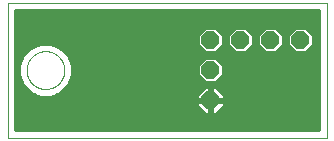
<source format=gbl>
G75*
%MOIN*%
%OFA0B0*%
%FSLAX25Y25*%
%IPPOS*%
%LPD*%
%AMOC8*
5,1,8,0,0,1.08239X$1,22.5*
%
%ADD10C,0.00000*%
%ADD11OC8,0.06000*%
%ADD12C,0.01000*%
D10*
X0009000Y0009000D02*
X0009000Y0053961D01*
X0115201Y0053961D01*
X0115201Y0009000D01*
X0009000Y0009000D01*
X0015201Y0031500D02*
X0015203Y0031658D01*
X0015209Y0031816D01*
X0015219Y0031974D01*
X0015233Y0032132D01*
X0015251Y0032289D01*
X0015272Y0032446D01*
X0015298Y0032602D01*
X0015328Y0032758D01*
X0015361Y0032913D01*
X0015399Y0033066D01*
X0015440Y0033219D01*
X0015485Y0033371D01*
X0015534Y0033522D01*
X0015587Y0033671D01*
X0015643Y0033819D01*
X0015703Y0033965D01*
X0015767Y0034110D01*
X0015835Y0034253D01*
X0015906Y0034395D01*
X0015980Y0034535D01*
X0016058Y0034672D01*
X0016140Y0034808D01*
X0016224Y0034942D01*
X0016313Y0035073D01*
X0016404Y0035202D01*
X0016499Y0035329D01*
X0016596Y0035454D01*
X0016697Y0035576D01*
X0016801Y0035695D01*
X0016908Y0035812D01*
X0017018Y0035926D01*
X0017131Y0036037D01*
X0017246Y0036146D01*
X0017364Y0036251D01*
X0017485Y0036353D01*
X0017608Y0036453D01*
X0017734Y0036549D01*
X0017862Y0036642D01*
X0017992Y0036732D01*
X0018125Y0036818D01*
X0018260Y0036902D01*
X0018396Y0036981D01*
X0018535Y0037058D01*
X0018676Y0037130D01*
X0018818Y0037200D01*
X0018962Y0037265D01*
X0019108Y0037327D01*
X0019255Y0037385D01*
X0019404Y0037440D01*
X0019554Y0037491D01*
X0019705Y0037538D01*
X0019857Y0037581D01*
X0020010Y0037620D01*
X0020165Y0037656D01*
X0020320Y0037687D01*
X0020476Y0037715D01*
X0020632Y0037739D01*
X0020789Y0037759D01*
X0020947Y0037775D01*
X0021104Y0037787D01*
X0021263Y0037795D01*
X0021421Y0037799D01*
X0021579Y0037799D01*
X0021737Y0037795D01*
X0021896Y0037787D01*
X0022053Y0037775D01*
X0022211Y0037759D01*
X0022368Y0037739D01*
X0022524Y0037715D01*
X0022680Y0037687D01*
X0022835Y0037656D01*
X0022990Y0037620D01*
X0023143Y0037581D01*
X0023295Y0037538D01*
X0023446Y0037491D01*
X0023596Y0037440D01*
X0023745Y0037385D01*
X0023892Y0037327D01*
X0024038Y0037265D01*
X0024182Y0037200D01*
X0024324Y0037130D01*
X0024465Y0037058D01*
X0024604Y0036981D01*
X0024740Y0036902D01*
X0024875Y0036818D01*
X0025008Y0036732D01*
X0025138Y0036642D01*
X0025266Y0036549D01*
X0025392Y0036453D01*
X0025515Y0036353D01*
X0025636Y0036251D01*
X0025754Y0036146D01*
X0025869Y0036037D01*
X0025982Y0035926D01*
X0026092Y0035812D01*
X0026199Y0035695D01*
X0026303Y0035576D01*
X0026404Y0035454D01*
X0026501Y0035329D01*
X0026596Y0035202D01*
X0026687Y0035073D01*
X0026776Y0034942D01*
X0026860Y0034808D01*
X0026942Y0034672D01*
X0027020Y0034535D01*
X0027094Y0034395D01*
X0027165Y0034253D01*
X0027233Y0034110D01*
X0027297Y0033965D01*
X0027357Y0033819D01*
X0027413Y0033671D01*
X0027466Y0033522D01*
X0027515Y0033371D01*
X0027560Y0033219D01*
X0027601Y0033066D01*
X0027639Y0032913D01*
X0027672Y0032758D01*
X0027702Y0032602D01*
X0027728Y0032446D01*
X0027749Y0032289D01*
X0027767Y0032132D01*
X0027781Y0031974D01*
X0027791Y0031816D01*
X0027797Y0031658D01*
X0027799Y0031500D01*
X0027797Y0031342D01*
X0027791Y0031184D01*
X0027781Y0031026D01*
X0027767Y0030868D01*
X0027749Y0030711D01*
X0027728Y0030554D01*
X0027702Y0030398D01*
X0027672Y0030242D01*
X0027639Y0030087D01*
X0027601Y0029934D01*
X0027560Y0029781D01*
X0027515Y0029629D01*
X0027466Y0029478D01*
X0027413Y0029329D01*
X0027357Y0029181D01*
X0027297Y0029035D01*
X0027233Y0028890D01*
X0027165Y0028747D01*
X0027094Y0028605D01*
X0027020Y0028465D01*
X0026942Y0028328D01*
X0026860Y0028192D01*
X0026776Y0028058D01*
X0026687Y0027927D01*
X0026596Y0027798D01*
X0026501Y0027671D01*
X0026404Y0027546D01*
X0026303Y0027424D01*
X0026199Y0027305D01*
X0026092Y0027188D01*
X0025982Y0027074D01*
X0025869Y0026963D01*
X0025754Y0026854D01*
X0025636Y0026749D01*
X0025515Y0026647D01*
X0025392Y0026547D01*
X0025266Y0026451D01*
X0025138Y0026358D01*
X0025008Y0026268D01*
X0024875Y0026182D01*
X0024740Y0026098D01*
X0024604Y0026019D01*
X0024465Y0025942D01*
X0024324Y0025870D01*
X0024182Y0025800D01*
X0024038Y0025735D01*
X0023892Y0025673D01*
X0023745Y0025615D01*
X0023596Y0025560D01*
X0023446Y0025509D01*
X0023295Y0025462D01*
X0023143Y0025419D01*
X0022990Y0025380D01*
X0022835Y0025344D01*
X0022680Y0025313D01*
X0022524Y0025285D01*
X0022368Y0025261D01*
X0022211Y0025241D01*
X0022053Y0025225D01*
X0021896Y0025213D01*
X0021737Y0025205D01*
X0021579Y0025201D01*
X0021421Y0025201D01*
X0021263Y0025205D01*
X0021104Y0025213D01*
X0020947Y0025225D01*
X0020789Y0025241D01*
X0020632Y0025261D01*
X0020476Y0025285D01*
X0020320Y0025313D01*
X0020165Y0025344D01*
X0020010Y0025380D01*
X0019857Y0025419D01*
X0019705Y0025462D01*
X0019554Y0025509D01*
X0019404Y0025560D01*
X0019255Y0025615D01*
X0019108Y0025673D01*
X0018962Y0025735D01*
X0018818Y0025800D01*
X0018676Y0025870D01*
X0018535Y0025942D01*
X0018396Y0026019D01*
X0018260Y0026098D01*
X0018125Y0026182D01*
X0017992Y0026268D01*
X0017862Y0026358D01*
X0017734Y0026451D01*
X0017608Y0026547D01*
X0017485Y0026647D01*
X0017364Y0026749D01*
X0017246Y0026854D01*
X0017131Y0026963D01*
X0017018Y0027074D01*
X0016908Y0027188D01*
X0016801Y0027305D01*
X0016697Y0027424D01*
X0016596Y0027546D01*
X0016499Y0027671D01*
X0016404Y0027798D01*
X0016313Y0027927D01*
X0016224Y0028058D01*
X0016140Y0028192D01*
X0016058Y0028328D01*
X0015980Y0028465D01*
X0015906Y0028605D01*
X0015835Y0028747D01*
X0015767Y0028890D01*
X0015703Y0029035D01*
X0015643Y0029181D01*
X0015587Y0029329D01*
X0015534Y0029478D01*
X0015485Y0029629D01*
X0015440Y0029781D01*
X0015399Y0029934D01*
X0015361Y0030087D01*
X0015328Y0030242D01*
X0015298Y0030398D01*
X0015272Y0030554D01*
X0015251Y0030711D01*
X0015233Y0030868D01*
X0015219Y0031026D01*
X0015209Y0031184D01*
X0015203Y0031342D01*
X0015201Y0031500D01*
D11*
X0076500Y0031500D03*
X0076500Y0041500D03*
X0086500Y0041500D03*
X0096500Y0041500D03*
X0106500Y0041500D03*
X0076500Y0021500D03*
D12*
X0077000Y0021485D02*
X0112701Y0021485D01*
X0112701Y0022484D02*
X0081000Y0022484D01*
X0081000Y0022000D02*
X0081000Y0023364D01*
X0078364Y0026000D01*
X0077000Y0026000D01*
X0077000Y0022000D01*
X0081000Y0022000D01*
X0081000Y0021000D02*
X0077000Y0021000D01*
X0077000Y0022000D01*
X0076000Y0022000D01*
X0076000Y0026000D01*
X0074636Y0026000D01*
X0072000Y0023364D01*
X0072000Y0022000D01*
X0076000Y0022000D01*
X0076000Y0021000D01*
X0077000Y0021000D01*
X0077000Y0017000D01*
X0078364Y0017000D01*
X0081000Y0019636D01*
X0081000Y0021000D01*
X0081000Y0020487D02*
X0112701Y0020487D01*
X0112701Y0019488D02*
X0080852Y0019488D01*
X0079854Y0018490D02*
X0112701Y0018490D01*
X0112701Y0017491D02*
X0078855Y0017491D01*
X0077000Y0017491D02*
X0076000Y0017491D01*
X0076000Y0017000D02*
X0074636Y0017000D01*
X0072000Y0019636D01*
X0072000Y0021000D01*
X0076000Y0021000D01*
X0076000Y0017000D01*
X0074145Y0017491D02*
X0011500Y0017491D01*
X0011500Y0016493D02*
X0112701Y0016493D01*
X0112701Y0015494D02*
X0011500Y0015494D01*
X0011500Y0014496D02*
X0112701Y0014496D01*
X0112701Y0013497D02*
X0011500Y0013497D01*
X0011500Y0012499D02*
X0112701Y0012499D01*
X0112701Y0011500D02*
X0011500Y0011500D01*
X0011500Y0051461D01*
X0112701Y0051461D01*
X0112701Y0011500D01*
X0011500Y0011500D01*
X0011500Y0018490D02*
X0073146Y0018490D01*
X0072148Y0019488D02*
X0011500Y0019488D01*
X0011500Y0020487D02*
X0072000Y0020487D01*
X0072000Y0022484D02*
X0011500Y0022484D01*
X0011500Y0021485D02*
X0076000Y0021485D01*
X0076000Y0022484D02*
X0077000Y0022484D01*
X0077000Y0023482D02*
X0076000Y0023482D01*
X0076000Y0024481D02*
X0077000Y0024481D01*
X0077000Y0025479D02*
X0076000Y0025479D01*
X0074115Y0025479D02*
X0027923Y0025479D01*
X0026925Y0024481D02*
X0073117Y0024481D01*
X0072118Y0023482D02*
X0025137Y0023482D01*
X0026484Y0024040D02*
X0023250Y0022701D01*
X0019750Y0022701D01*
X0016516Y0024040D01*
X0014040Y0026516D01*
X0012701Y0029750D01*
X0012701Y0033250D01*
X0014040Y0036484D01*
X0016516Y0038960D01*
X0019750Y0040299D01*
X0023250Y0040299D01*
X0026484Y0038960D01*
X0028960Y0036484D01*
X0030299Y0033250D01*
X0030299Y0029750D01*
X0028960Y0026516D01*
X0026484Y0024040D01*
X0028922Y0026478D02*
X0112701Y0026478D01*
X0112701Y0027476D02*
X0078274Y0027476D01*
X0078198Y0027400D02*
X0080600Y0029802D01*
X0080600Y0033198D01*
X0078198Y0035600D01*
X0074802Y0035600D01*
X0072400Y0033198D01*
X0072400Y0029802D01*
X0074802Y0027400D01*
X0078198Y0027400D01*
X0079273Y0028475D02*
X0112701Y0028475D01*
X0112701Y0029473D02*
X0080271Y0029473D01*
X0080600Y0030472D02*
X0112701Y0030472D01*
X0112701Y0031470D02*
X0080600Y0031470D01*
X0080600Y0032469D02*
X0112701Y0032469D01*
X0112701Y0033467D02*
X0080331Y0033467D01*
X0079332Y0034466D02*
X0112701Y0034466D01*
X0112701Y0035464D02*
X0078334Y0035464D01*
X0078198Y0037400D02*
X0074802Y0037400D01*
X0072400Y0039802D01*
X0072400Y0043198D01*
X0074802Y0045600D01*
X0078198Y0045600D01*
X0080600Y0043198D01*
X0080600Y0039802D01*
X0078198Y0037400D01*
X0078260Y0037461D02*
X0084740Y0037461D01*
X0084802Y0037400D02*
X0088198Y0037400D01*
X0090600Y0039802D01*
X0090600Y0043198D01*
X0088198Y0045600D01*
X0084802Y0045600D01*
X0082400Y0043198D01*
X0082400Y0039802D01*
X0084802Y0037400D01*
X0083742Y0038460D02*
X0079258Y0038460D01*
X0080257Y0039458D02*
X0082743Y0039458D01*
X0082400Y0040457D02*
X0080600Y0040457D01*
X0080600Y0041455D02*
X0082400Y0041455D01*
X0082400Y0042454D02*
X0080600Y0042454D01*
X0080346Y0043452D02*
X0082654Y0043452D01*
X0083653Y0044451D02*
X0079347Y0044451D01*
X0078349Y0045449D02*
X0084651Y0045449D01*
X0088349Y0045449D02*
X0094651Y0045449D01*
X0094802Y0045600D02*
X0092400Y0043198D01*
X0092400Y0039802D01*
X0094802Y0037400D01*
X0098198Y0037400D01*
X0100600Y0039802D01*
X0100600Y0043198D01*
X0098198Y0045600D01*
X0094802Y0045600D01*
X0093653Y0044451D02*
X0089347Y0044451D01*
X0090346Y0043452D02*
X0092654Y0043452D01*
X0092400Y0042454D02*
X0090600Y0042454D01*
X0090600Y0041455D02*
X0092400Y0041455D01*
X0092400Y0040457D02*
X0090600Y0040457D01*
X0090257Y0039458D02*
X0092743Y0039458D01*
X0093742Y0038460D02*
X0089258Y0038460D01*
X0088260Y0037461D02*
X0094740Y0037461D01*
X0098260Y0037461D02*
X0104740Y0037461D01*
X0104802Y0037400D02*
X0108198Y0037400D01*
X0110600Y0039802D01*
X0110600Y0043198D01*
X0108198Y0045600D01*
X0104802Y0045600D01*
X0102400Y0043198D01*
X0102400Y0039802D01*
X0104802Y0037400D01*
X0103742Y0038460D02*
X0099258Y0038460D01*
X0100257Y0039458D02*
X0102743Y0039458D01*
X0102400Y0040457D02*
X0100600Y0040457D01*
X0100600Y0041455D02*
X0102400Y0041455D01*
X0102400Y0042454D02*
X0100600Y0042454D01*
X0100346Y0043452D02*
X0102654Y0043452D01*
X0103653Y0044451D02*
X0099347Y0044451D01*
X0098349Y0045449D02*
X0104651Y0045449D01*
X0108349Y0045449D02*
X0112701Y0045449D01*
X0112701Y0046448D02*
X0011500Y0046448D01*
X0011500Y0045449D02*
X0074651Y0045449D01*
X0073653Y0044451D02*
X0011500Y0044451D01*
X0011500Y0043452D02*
X0072654Y0043452D01*
X0072400Y0042454D02*
X0011500Y0042454D01*
X0011500Y0041455D02*
X0072400Y0041455D01*
X0072400Y0040457D02*
X0011500Y0040457D01*
X0011500Y0039458D02*
X0017720Y0039458D01*
X0016016Y0038460D02*
X0011500Y0038460D01*
X0011500Y0037461D02*
X0015017Y0037461D01*
X0014031Y0036463D02*
X0011500Y0036463D01*
X0011500Y0035464D02*
X0013618Y0035464D01*
X0013204Y0034466D02*
X0011500Y0034466D01*
X0011500Y0033467D02*
X0012791Y0033467D01*
X0012701Y0032469D02*
X0011500Y0032469D01*
X0011500Y0031470D02*
X0012701Y0031470D01*
X0012701Y0030472D02*
X0011500Y0030472D01*
X0011500Y0029473D02*
X0012815Y0029473D01*
X0013229Y0028475D02*
X0011500Y0028475D01*
X0011500Y0027476D02*
X0013643Y0027476D01*
X0014078Y0026478D02*
X0011500Y0026478D01*
X0011500Y0025479D02*
X0015077Y0025479D01*
X0016075Y0024481D02*
X0011500Y0024481D01*
X0011500Y0023482D02*
X0017863Y0023482D01*
X0029357Y0027476D02*
X0074726Y0027476D01*
X0073727Y0028475D02*
X0029771Y0028475D01*
X0030185Y0029473D02*
X0072729Y0029473D01*
X0072400Y0030472D02*
X0030299Y0030472D01*
X0030299Y0031470D02*
X0072400Y0031470D01*
X0072400Y0032469D02*
X0030299Y0032469D01*
X0030209Y0033467D02*
X0072669Y0033467D01*
X0073667Y0034466D02*
X0029796Y0034466D01*
X0029382Y0035464D02*
X0074666Y0035464D01*
X0074740Y0037461D02*
X0027983Y0037461D01*
X0028969Y0036463D02*
X0112701Y0036463D01*
X0112701Y0037461D02*
X0108260Y0037461D01*
X0109258Y0038460D02*
X0112701Y0038460D01*
X0112701Y0039458D02*
X0110257Y0039458D01*
X0110600Y0040457D02*
X0112701Y0040457D01*
X0112701Y0041455D02*
X0110600Y0041455D01*
X0110600Y0042454D02*
X0112701Y0042454D01*
X0112701Y0043452D02*
X0110346Y0043452D01*
X0109347Y0044451D02*
X0112701Y0044451D01*
X0112701Y0047446D02*
X0011500Y0047446D01*
X0011500Y0048445D02*
X0112701Y0048445D01*
X0112701Y0049443D02*
X0011500Y0049443D01*
X0011500Y0050442D02*
X0112701Y0050442D01*
X0112701Y0051440D02*
X0011500Y0051440D01*
X0025280Y0039458D02*
X0072743Y0039458D01*
X0073742Y0038460D02*
X0026984Y0038460D01*
X0076000Y0020487D02*
X0077000Y0020487D01*
X0077000Y0019488D02*
X0076000Y0019488D01*
X0076000Y0018490D02*
X0077000Y0018490D01*
X0080882Y0023482D02*
X0112701Y0023482D01*
X0112701Y0024481D02*
X0079883Y0024481D01*
X0078885Y0025479D02*
X0112701Y0025479D01*
M02*

</source>
